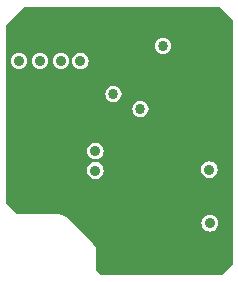
<source format=gbl>
G04*
G04 #@! TF.GenerationSoftware,Altium Limited,Altium Designer,20.2.3 (150)*
G04*
G04 Layer_Physical_Order=4*
G04 Layer_Color=16711680*
%FSLAX25Y25*%
%MOIN*%
G70*
G04*
G04 #@! TF.SameCoordinates,E3536D8E-EA57-4637-94A7-A09A4E1BA4FE*
G04*
G04*
G04 #@! TF.FilePolarity,Positive*
G04*
G01*
G75*
%ADD47C,0.03400*%
%ADD48C,0.03500*%
G36*
X298209Y454595D02*
Y373105D01*
X294681Y369577D01*
X254419D01*
X252791Y371205D01*
Y377600D01*
X252676Y378478D01*
X252535Y378817D01*
X252337Y379296D01*
X251798Y379998D01*
X242898Y388898D01*
X242196Y389437D01*
X241717Y389635D01*
X241378Y389776D01*
X240500Y389891D01*
X226205D01*
X222591Y393505D01*
Y453095D01*
X228605Y459109D01*
X293695D01*
X298209Y454595D01*
D02*
G37*
%LPC*%
G36*
X275000Y448723D02*
X274295Y448631D01*
X273638Y448358D01*
X273074Y447926D01*
X272642Y447362D01*
X272370Y446705D01*
X272277Y446000D01*
X272370Y445295D01*
X272642Y444638D01*
X273074Y444074D01*
X273638Y443642D01*
X274295Y443369D01*
X275000Y443277D01*
X275705Y443369D01*
X276362Y443642D01*
X276926Y444074D01*
X277358Y444638D01*
X277630Y445295D01*
X277723Y446000D01*
X277630Y446705D01*
X277358Y447362D01*
X276926Y447926D01*
X276362Y448358D01*
X275705Y448631D01*
X275000Y448723D01*
D02*
G37*
G36*
X247500Y443774D02*
X246782Y443679D01*
X246113Y443402D01*
X245539Y442961D01*
X245098Y442387D01*
X244821Y441718D01*
X244726Y441000D01*
X244821Y440282D01*
X245098Y439613D01*
X245539Y439039D01*
X246113Y438598D01*
X246782Y438321D01*
X247500Y438226D01*
X248218Y438321D01*
X248887Y438598D01*
X249461Y439039D01*
X249902Y439613D01*
X250179Y440282D01*
X250274Y441000D01*
X250179Y441718D01*
X249902Y442387D01*
X249461Y442961D01*
X248887Y443402D01*
X248218Y443679D01*
X247500Y443774D01*
D02*
G37*
G36*
X241000D02*
X240282Y443679D01*
X239613Y443402D01*
X239039Y442961D01*
X238598Y442387D01*
X238321Y441718D01*
X238226Y441000D01*
X238321Y440282D01*
X238598Y439613D01*
X239039Y439039D01*
X239613Y438598D01*
X240282Y438321D01*
X241000Y438226D01*
X241718Y438321D01*
X242387Y438598D01*
X242961Y439039D01*
X243402Y439613D01*
X243679Y440282D01*
X243774Y441000D01*
X243679Y441718D01*
X243402Y442387D01*
X242961Y442961D01*
X242387Y443402D01*
X241718Y443679D01*
X241000Y443774D01*
D02*
G37*
G36*
X234000D02*
X233282Y443679D01*
X232613Y443402D01*
X232039Y442961D01*
X231598Y442387D01*
X231321Y441718D01*
X231226Y441000D01*
X231321Y440282D01*
X231598Y439613D01*
X232039Y439039D01*
X232613Y438598D01*
X233282Y438321D01*
X234000Y438226D01*
X234718Y438321D01*
X235387Y438598D01*
X235961Y439039D01*
X236402Y439613D01*
X236679Y440282D01*
X236774Y441000D01*
X236679Y441718D01*
X236402Y442387D01*
X235961Y442961D01*
X235387Y443402D01*
X234718Y443679D01*
X234000Y443774D01*
D02*
G37*
G36*
X227000D02*
X226282Y443679D01*
X225613Y443402D01*
X225039Y442961D01*
X224598Y442387D01*
X224321Y441718D01*
X224226Y441000D01*
X224321Y440282D01*
X224598Y439613D01*
X225039Y439039D01*
X225613Y438598D01*
X226282Y438321D01*
X227000Y438226D01*
X227718Y438321D01*
X228387Y438598D01*
X228961Y439039D01*
X229402Y439613D01*
X229679Y440282D01*
X229774Y441000D01*
X229679Y441718D01*
X229402Y442387D01*
X228961Y442961D01*
X228387Y443402D01*
X227718Y443679D01*
X227000Y443774D01*
D02*
G37*
G36*
X258500Y432723D02*
X257795Y432630D01*
X257138Y432358D01*
X256574Y431926D01*
X256142Y431362D01*
X255870Y430705D01*
X255777Y430000D01*
X255870Y429295D01*
X256142Y428638D01*
X256574Y428074D01*
X257138Y427642D01*
X257795Y427369D01*
X258500Y427277D01*
X259205Y427369D01*
X259862Y427642D01*
X260426Y428074D01*
X260858Y428638D01*
X261130Y429295D01*
X261223Y430000D01*
X261130Y430705D01*
X260858Y431362D01*
X260426Y431926D01*
X259862Y432358D01*
X259205Y432630D01*
X258500Y432723D01*
D02*
G37*
G36*
X267500Y427723D02*
X266795Y427631D01*
X266138Y427358D01*
X265574Y426926D01*
X265142Y426362D01*
X264869Y425705D01*
X264777Y425000D01*
X264869Y424295D01*
X265142Y423638D01*
X265574Y423074D01*
X266138Y422642D01*
X266795Y422369D01*
X267500Y422277D01*
X268205Y422369D01*
X268862Y422642D01*
X269426Y423074D01*
X269858Y423638D01*
X270130Y424295D01*
X270223Y425000D01*
X270130Y425705D01*
X269858Y426362D01*
X269426Y426926D01*
X268862Y427358D01*
X268205Y427631D01*
X267500Y427723D01*
D02*
G37*
G36*
X252500Y413774D02*
X251782Y413679D01*
X251113Y413402D01*
X250539Y412961D01*
X250098Y412387D01*
X249821Y411718D01*
X249726Y411000D01*
X249821Y410282D01*
X250098Y409613D01*
X250539Y409039D01*
X251113Y408598D01*
X251782Y408321D01*
X252500Y408226D01*
X253218Y408321D01*
X253887Y408598D01*
X254461Y409039D01*
X254902Y409613D01*
X255179Y410282D01*
X255274Y411000D01*
X255179Y411718D01*
X254902Y412387D01*
X254461Y412961D01*
X253887Y413402D01*
X253218Y413679D01*
X252500Y413774D01*
D02*
G37*
G36*
X290500Y407574D02*
X289782Y407479D01*
X289113Y407202D01*
X288539Y406761D01*
X288098Y406187D01*
X287821Y405518D01*
X287726Y404800D01*
X287821Y404082D01*
X288098Y403413D01*
X288539Y402839D01*
X289113Y402398D01*
X289782Y402121D01*
X290500Y402026D01*
X291218Y402121D01*
X291887Y402398D01*
X292461Y402839D01*
X292902Y403413D01*
X293179Y404082D01*
X293274Y404800D01*
X293179Y405518D01*
X292902Y406187D01*
X292461Y406761D01*
X291887Y407202D01*
X291218Y407479D01*
X290500Y407574D01*
D02*
G37*
G36*
X252500Y407274D02*
X251782Y407179D01*
X251113Y406902D01*
X250539Y406461D01*
X250098Y405887D01*
X249821Y405218D01*
X249726Y404500D01*
X249821Y403782D01*
X250098Y403113D01*
X250539Y402539D01*
X251113Y402098D01*
X251782Y401821D01*
X252500Y401726D01*
X253218Y401821D01*
X253887Y402098D01*
X254461Y402539D01*
X254902Y403113D01*
X255179Y403782D01*
X255274Y404500D01*
X255179Y405218D01*
X254902Y405887D01*
X254461Y406461D01*
X253887Y406902D01*
X253218Y407179D01*
X252500Y407274D01*
D02*
G37*
G36*
X290600Y389674D02*
X289882Y389579D01*
X289213Y389302D01*
X288639Y388861D01*
X288198Y388287D01*
X287921Y387618D01*
X287826Y386900D01*
X287921Y386182D01*
X288198Y385513D01*
X288639Y384939D01*
X289213Y384498D01*
X289882Y384221D01*
X290600Y384126D01*
X291318Y384221D01*
X291987Y384498D01*
X292561Y384939D01*
X293002Y385513D01*
X293279Y386182D01*
X293374Y386900D01*
X293279Y387618D01*
X293002Y388287D01*
X292561Y388861D01*
X291987Y389302D01*
X291318Y389579D01*
X290600Y389674D01*
D02*
G37*
%LPD*%
D47*
X258500Y430000D02*
D03*
X278000Y415500D02*
D03*
X267500Y425000D02*
D03*
X275000Y446000D02*
D03*
X258500Y448000D02*
D03*
D48*
X230500Y394500D02*
D03*
X260600Y404400D02*
D03*
X290600Y386900D02*
D03*
X260500Y387000D02*
D03*
X290500Y404800D02*
D03*
X247500Y441000D02*
D03*
X252500Y411000D02*
D03*
Y404500D02*
D03*
X227500Y401500D02*
D03*
X234000Y441000D02*
D03*
X227000D02*
D03*
X241000D02*
D03*
M02*

</source>
